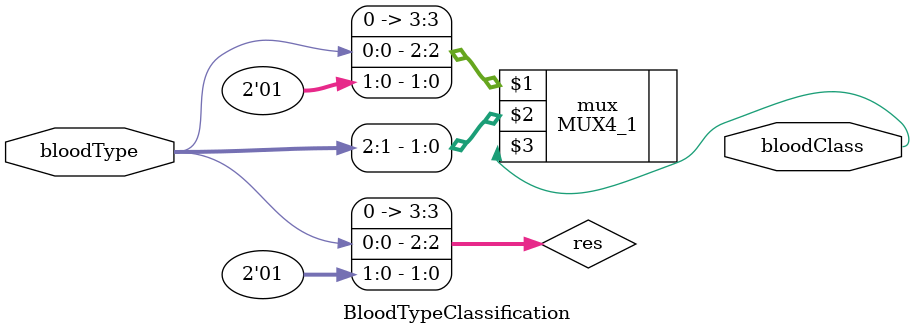
<source format=v>
`timescale 1ns / 1ps
`default_nettype none

/*
**********************************************************
** Logic Design Final Project Fall, 2019 Semester
** Amirkabir University of Technology (Tehran Polytechnic)
** Department of Computer Engineering (CEIT-AUT)
** Logic Circuit Design Laboratory
** https://ceit.aut.ac.ir
**********************************************************
** Student ID: XXXXXXX
** Student ID: XXXXXXX
**********************************************************
** Module Name: BloodTypeClassification
**********************************************************
** Additional Comments:
*/

module BloodTypeClassification(
        bloodType,
        bloodClass);
input [2:0] bloodType;
output bloodClass;
	wire [3:0]res;
	assign res = { 1'b0,bloodType[0],1'b0,1'b1};
	MUX4_1 mux(res,bloodType[2:1],bloodClass);
endmodule

</source>
